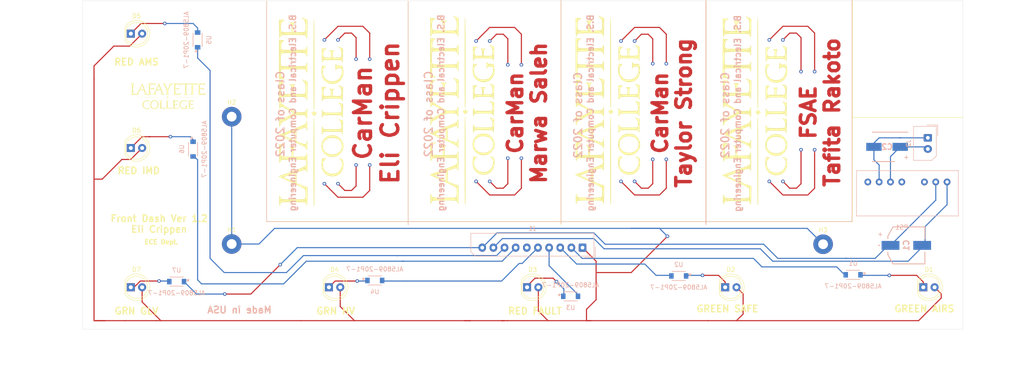
<source format=kicad_pcb>
(kicad_pcb (version 20171130) (host pcbnew "(5.1.9)-1")
  (layers (0 F.Cu signal) (31 B.Cu signal) (34 B.Paste user) (35 F.Paste user) (36 B.SilkS user) (37 F.SilkS user) (38 B.Mask user) (39 F.Mask user) (44 Edge.Cuts user))
  (net 0 "")
  (net 1 "Net-(J1-Pad3)")
  (net 2 "Net-(C1-Pad2)")
  (net 3 "Net-(C1-Pad1)")
  (net 4 "Net-(C2-Pad2)")
  (net 5 "Net-(C2-Pad1)")
  (net 6 "Net-(J1-Pad6)")
  (net 7 "Net-(D1-Pad2)")
  (net 8 "Net-(D1-Pad1)")
  (net 9 "Net-(D2-Pad1)")
  (net 10 "Net-(D3-Pad1)")
  (net 11 "Net-(D4-Pad1)")
  (net 12 "Net-(D5-Pad1)")
  (net 13 "Net-(D6-Pad1)")
  (net 14 "Net-(D7-Pad1)")
  (net 15 "Net-(J1-Pad8)")
  (net 16 "Net-(J1-Pad7)")
  (net 17 "Net-(J1-Pad5)")
  (net 18 "Net-(J1-Pad4)")
  (net 19 "Net-(J1-Pad2)")
  (net 20 "Net-(PS1-Pad7)")
  (net 21 "Net-(PS1-Pad4)")
  (net 22 "Net-(PS1-Pad3)")
  (module custom:LafayetteKeep (layer F.Cu) (at 102.616 57.912 90)
    (fp_text reference G*** hide)
    (fp_text value LOGO hide)
  )
  (module custom:LafayetteKeep (layer F.Cu) (at 136.525 57.531 90)
    (fp_text reference G*** hide)
    (fp_text value LOGO hide)
  )
  (module custom:LafayetteKeep (layer F.Cu) (at 169.164 57.531 90)
    (fp_text reference G*** hide)
    (fp_text value LOGO hide)
  )
  (module custom:LafayetteKeep (layer F.Cu) (at 202.184 57.658 90)
    (fp_text reference G*** hide)
    (fp_text value LOGO hide)
  )
  (module Front_Dash:AL5809-60P1-7 (layer B.Cu) (at 160.909 99.314)
    (fp_text reference U3 (at 0 2.54) (layer B.SilkS) (effects (justify mirror)))
    (fp_text value AL5809-20P1-7 (at 0 -2.54) (layer B.SilkS) (effects (justify mirror)))
    (fp_text user * (at -2.54 0) (layer B.SilkS) (effects (justify mirror)))
    (fp_text user * (at -2.54 0) (layer B.SilkS) (effects (justify mirror)))
    (pad 1 smd rect (at -1.651 0) (size 1.016 1.2446) (layers B.Cu B.Paste B.Mask) (net 10 "Net-(D3-Pad1)"))
    (pad 2 smd rect (at 1.651 0) (size 1.016 1.2446) (layers B.Cu B.Paste B.Mask) (net 18 "Net-(J1-Pad4)"))
  )
  (module LED_THT:LED_D5.0mm (layer F.Cu) (at 240.03 97.282)
    (fp_text reference D1 (at 1.27 -3.96) (layer F.SilkS))
    (fp_text value LED-GRN-C503B-GCN-CY0C0792)
    (pad 2 thru_hole circle (at 2.54 0) (size 1.8 1.8) (drill 0.9) (layers *.Cu *.Mask) (net 7 "Net-(D1-Pad2)"))
    (pad 1 thru_hole rect (at 0 0) (size 1.8 1.8) (drill 0.9) (layers *.Cu *.Mask) (net 8 "Net-(D1-Pad1)"))
  )
  (module custom:Lafayette (layer F.Cu) (at 70.612 54.356)
    (fp_text reference G*** hide)
    (fp_text value LOGO hide)
  )
  (module Front_Dash:AL5809-60P1-7 (layer B.Cu) (at 72.517 96.012 180)
    (fp_text reference U7 (at 0 2.54) (layer B.SilkS) (effects (justify mirror)))
    (fp_text value AL5809-20P1-7 (at 0 -2.54) (layer B.SilkS) (effects (justify mirror)))
    (fp_text user * (at -2.54 0) (layer B.SilkS) (effects (justify mirror)))
    (fp_text user * (at -2.54 0) (layer B.SilkS) (effects (justify mirror)))
    (pad 1 smd rect (at -1.651 0 180) (size 1.016 1.2446) (layers B.Cu B.Paste B.Mask) (net 3 "Net-(C1-Pad1)"))
    (pad 2 smd rect (at 1.651 0 180) (size 1.016 1.2446) (layers B.Cu B.Paste B.Mask) (net 14 "Net-(D7-Pad1)"))
  )
  (module Front_Dash:AL5809-60P1-7 (layer B.Cu) (at 76.2 66.294 270)
    (fp_text reference U6 (at 0 2.54 270) (layer B.SilkS) (effects (justify mirror)))
    (fp_text value AL5809-20P1-7 (at 0 -2.54 270) (layer B.SilkS) (effects (justify mirror)))
    (fp_text user * (at -2.54 0 270) (layer B.SilkS) (effects (justify mirror)))
    (fp_text user * (at -2.54 0 270) (layer B.SilkS) (effects (justify mirror)))
    (pad 1 smd rect (at -1.651 0 270) (size 1.016 1.2446) (layers B.Cu B.Paste B.Mask) (net 13 "Net-(D6-Pad1)"))
    (pad 2 smd rect (at 1.651 0 270) (size 1.016 1.2446) (layers B.Cu B.Paste B.Mask) (net 16 "Net-(J1-Pad7)"))
  )
  (module Front_Dash:AL5809-60P1-7 (layer B.Cu) (at 77.216 41.783 90)
    (fp_text reference U5 (at 0 2.54 90) (layer B.SilkS) (effects (justify mirror)))
    (fp_text value AL5809-20P1-7 (at 0 -2.54 90) (layer B.SilkS) (effects (justify mirror)))
    (fp_text user * (at -2.54 0 90) (layer B.SilkS) (effects (justify mirror)))
    (fp_text user * (at -2.54 0 90) (layer B.SilkS) (effects (justify mirror)))
    (pad 1 smd rect (at -1.651 0 90) (size 1.016 1.2446) (layers B.Cu B.Paste B.Mask) (net 15 "Net-(J1-Pad8)"))
    (pad 2 smd rect (at 1.651 0 90) (size 1.016 1.2446) (layers B.Cu B.Paste B.Mask) (net 12 "Net-(D5-Pad1)"))
  )
  (module Front_Dash:AL5809-60P1-7 (layer B.Cu) (at 116.967 95.758)
    (fp_text reference U4 (at 0 2.54) (layer B.SilkS) (effects (justify mirror)))
    (fp_text value AL5809-20P1-7 (at 0 -2.54) (layer B.SilkS) (effects (justify mirror)))
    (fp_text user * (at -2.54 0) (layer B.SilkS) (effects (justify mirror)))
    (fp_text user * (at -2.54 0) (layer B.SilkS) (effects (justify mirror)))
    (pad 1 smd rect (at -1.651 0) (size 1.016 1.2446) (layers B.Cu B.Paste B.Mask) (net 11 "Net-(D4-Pad1)"))
    (pad 2 smd rect (at 1.651 0) (size 1.016 1.2446) (layers B.Cu B.Paste B.Mask) (net 17 "Net-(J1-Pad5)"))
  )
  (module Front_Dash:AL5809-60P1-7 (layer B.Cu) (at 185.166 94.742 180)
    (fp_text reference U2 (at 0 2.54) (layer B.SilkS) (effects (justify mirror)))
    (fp_text value AL5809-20P1-7 (at 0 -2.54) (layer B.SilkS) (effects (justify mirror)))
    (fp_text user * (at -2.54 0) (layer B.SilkS) (effects (justify mirror)))
    (fp_text user * (at -2.54 0) (layer B.SilkS) (effects (justify mirror)))
    (pad 1 smd rect (at -1.651 0 180) (size 1.016 1.2446) (layers B.Cu B.Paste B.Mask) (net 9 "Net-(D2-Pad1)"))
    (pad 2 smd rect (at 1.651 0 180) (size 1.016 1.2446) (layers B.Cu B.Paste B.Mask) (net 1 "Net-(J1-Pad3)"))
  )
  (module Front_Dash:AL5809-60P1-7 (layer B.Cu) (at 224.282 94.488 180)
    (fp_text reference U1 (at 0 2.54) (layer B.SilkS) (effects (justify mirror)))
    (fp_text value AL5809-20P1-7 (at 0 -2.54) (layer B.SilkS) (effects (justify mirror)))
    (fp_text user * (at -2.54 0) (layer B.SilkS) (effects (justify mirror)))
    (fp_text user * (at -2.54 0) (layer B.SilkS) (effects (justify mirror)))
    (pad 1 smd rect (at -1.651 0 180) (size 1.016 1.2446) (layers B.Cu B.Paste B.Mask) (net 8 "Net-(D1-Pad1)"))
    (pad 2 smd rect (at 1.651 0 180) (size 1.016 1.2446) (layers B.Cu B.Paste B.Mask) (net 19 "Net-(J1-Pad2)"))
  )
  (module LED_THT:LED_D5.0mm (layer F.Cu) (at 62.23 97.282)
    (fp_text reference D7 (at 1.27 -3.96) (layer F.SilkS))
    (fp_text value LED-GRN-C503B-GCN-CY0C0792)
    (pad 2 thru_hole circle (at 2.54 0) (size 1.8 1.8) (drill 0.9) (layers *.Cu *.Mask) (net 7 "Net-(D1-Pad2)"))
    (pad 1 thru_hole rect (at 0 0) (size 1.8 1.8) (drill 0.9) (layers *.Cu *.Mask) (net 14 "Net-(D7-Pad1)"))
  )
  (module LED_THT:LED_D5.0mm (layer F.Cu) (at 62.23 66.04)
    (fp_text reference D6 (at 1.27 -3.96) (layer F.SilkS))
    (fp_text value LED-RED-C503C-RCS-CYAZaAA2)
    (pad 2 thru_hole circle (at 2.54 0) (size 1.8 1.8) (drill 0.9) (layers *.Cu *.Mask) (net 7 "Net-(D1-Pad2)"))
    (pad 1 thru_hole rect (at 0 0) (size 1.8 1.8) (drill 0.9) (layers *.Cu *.Mask) (net 13 "Net-(D6-Pad1)"))
  )
  (module LED_THT:LED_D5.0mm (layer F.Cu) (at 62.23 40.386)
    (fp_text reference D5 (at 1.27 -3.96) (layer F.SilkS))
    (fp_text value LED-RED-C503C-RCS-CYAZaAA2)
    (pad 2 thru_hole circle (at 2.54 0) (size 1.8 1.8) (drill 0.9) (layers *.Cu *.Mask) (net 7 "Net-(D1-Pad2)"))
    (pad 1 thru_hole rect (at 0 0) (size 1.8 1.8) (drill 0.9) (layers *.Cu *.Mask) (net 12 "Net-(D5-Pad1)"))
  )
  (module LED_THT:LED_D5.0mm (layer F.Cu) (at 106.68 97.282)
    (fp_text reference D4 (at 1.27 -3.96) (layer F.SilkS))
    (fp_text value LED-AMB-C503B-AAS-CZ0B0342)
    (pad 2 thru_hole circle (at 2.54 0) (size 1.8 1.8) (drill 0.9) (layers *.Cu *.Mask) (net 7 "Net-(D1-Pad2)"))
    (pad 1 thru_hole rect (at 0 0) (size 1.8 1.8) (drill 0.9) (layers *.Cu *.Mask) (net 11 "Net-(D4-Pad1)"))
  )
  (module LED_THT:LED_D5.0mm (layer F.Cu) (at 151.13 97.282)
    (fp_text reference D3 (at 1.27 -3.96) (layer F.SilkS))
    (fp_text value LED-RED-C503C-RCS-CYAZaAA2)
    (pad 2 thru_hole circle (at 2.54 0) (size 1.8 1.8) (drill 0.9) (layers *.Cu *.Mask) (net 7 "Net-(D1-Pad2)"))
    (pad 1 thru_hole rect (at 0 0) (size 1.8 1.8) (drill 0.9) (layers *.Cu *.Mask) (net 10 "Net-(D3-Pad1)"))
  )
  (module LED_THT:LED_D5.0mm (layer F.Cu) (at 195.58 97.282)
    (fp_text reference D2 (at 1.27 -3.96) (layer F.SilkS))
    (fp_text value LED-GRN-C503B-GCN-CY0C0792)
    (pad 2 thru_hole circle (at 2.54 0) (size 1.8 1.8) (drill 0.9) (layers *.Cu *.Mask) (net 7 "Net-(D1-Pad2)"))
    (pad 1 thru_hole rect (at 0 0) (size 1.8 1.8) (drill 0.9) (layers *.Cu *.Mask) (net 9 "Net-(D2-Pad1)"))
  )
  (module Front_Dash:CAPAE660X565N (layer B.Cu) (at 231.902 65.786 180)
    (fp_text reference C2 (at 0 0) (layer B.SilkS) (effects (font (size 1.27 1.27) (thickness 0.254)) (justify mirror)))
    (fp_text value EEV226M050A9GAA hide)
    (pad 2 smd rect (at 2.95 0 90) (size 1.8 3.45) (layers B.Cu B.Paste B.Mask) (net 4 "Net-(C2-Pad2)"))
    (pad 1 smd rect (at -2.95 0 90) (size 1.8 3.45) (layers B.Cu B.Paste B.Mask) (net 5 "Net-(C2-Pad1)"))
  )
  (module Front_Dash:EEETC1V470P (layer B.Cu) (at 236.226 87.884 90)
    (fp_text reference C1 (at 0 0 90) (layer B.SilkS) (effects (font (size 1.27 1.27) (thickness 0.254)) (justify mirror)))
    (fp_text value EEE-FK1H101L hide)
    (pad 1 smd rect (at 0 -3.55 90) (size 2 4) (layers B.Cu B.Paste B.Mask) (net 3 "Net-(C1-Pad1)"))
    (pad 2 smd rect (at 0 3.55 90) (size 2 4) (layers B.Cu B.Paste B.Mask) (net 2 "Net-(C1-Pad2)"))
  )
  (module "Voltage Regulator:PQQ6W-Q24-S5-S" (layer B.Cu) (at 235.204 81.28 180)
    (fp_text reference PS1 (at 0 -2.54 180) (layer B.SilkS) (effects (justify mirror)))
    (fp_text value 24V-5V)
    (pad 7 thru_hole circle (at 7.62 7.62 180) (size 1.524 1.524) (drill 0.762) (layers *.Cu *.Mask) (net 20 "Net-(PS1-Pad7)"))
    (pad 6 thru_hole circle (at 5.08 7.62 180) (size 1.524 1.524) (drill 0.762) (layers *.Cu *.Mask) (net 4 "Net-(C2-Pad2)"))
    (pad 5 thru_hole circle (at 2.54 7.62 180) (size 1.524 1.524) (drill 0.762) (layers *.Cu *.Mask) (net 5 "Net-(C2-Pad1)"))
    (pad 4 thru_hole circle (at 0 7.62 180) (size 1.524 1.524) (drill 0.762) (layers *.Cu *.Mask) (net 21 "Net-(PS1-Pad4)"))
    (pad 3 thru_hole circle (at -5.08 7.62 180) (size 1.524 1.524) (drill 0.762) (layers *.Cu *.Mask) (net 22 "Net-(PS1-Pad3)"))
    (pad 2 thru_hole circle (at -7.62 7.62 180) (size 1.524 1.524) (drill 0.762) (layers *.Cu *.Mask) (net 3 "Net-(C1-Pad1)"))
    (pad 1 thru_hole circle (at -10.16 7.62 180) (size 1.524 1.524) (drill 0.762) (layers *.Cu *.Mask) (net 2 "Net-(C1-Pad2)"))
  )
  (module MountingHole:MountingHole_2.2mm_M2_Pad (layer F.Cu) (at 217.551 87.63)
    (fp_text reference H3 (at 0 -3.2) (layer F.SilkS))
    (fp_text value MountingHole)
    (pad 1 thru_hole circle (at 0 0) (size 4.4 4.4) (drill 2.2) (layers *.Cu *.Mask) (net 7 "Net-(D1-Pad2)"))
  )
  (module MountingHole:MountingHole_2.2mm_M2_Pad (layer F.Cu) (at 84.8614 59.0042)
    (fp_text reference H2 (at 0 -3.2) (layer F.SilkS))
    (fp_text value MountingHole)
    (pad 1 thru_hole circle (at 0 0) (size 4.4 4.4) (drill 2.2) (layers *.Cu *.Mask) (net 7 "Net-(D1-Pad2)"))
  )
  (module MountingHole:MountingHole_2.2mm_M2_Pad (layer F.Cu) (at 84.8614 87.5792)
    (fp_text reference H1 (at 0 -3.2) (layer F.SilkS))
    (fp_text value MountingHole)
    (pad 1 thru_hole circle (at 0 0) (size 4.4 4.4) (drill 2.2) (layers *.Cu *.Mask) (net 7 "Net-(D1-Pad2)"))
  )
  (module Connector_Molex:Molex_SPOX_5267-02A_1x02_P2.50mm_Vertical (layer B.Cu) (at 241.046 63.754 270)
    (fp_text reference J2 (at 1.25 4.3 90) (layer B.SilkS) (effects (justify mirror)))
    (fp_text value Conn_01x02_Female)
    (pad 2 thru_hole oval (at 2.5 0 270) (size 1.7 1.85) (drill 0.85) (layers *.Cu *.Mask) (net 5 "Net-(C2-Pad1)"))
    (pad 1 thru_hole roundrect (at 0 0 270) (size 1.7 1.85) (drill 0.85) (layers *.Cu *.Mask) (roundrect_rratio 0.1470588235294118) (net 4 "Net-(C2-Pad2)"))
  )
  (module Connector_Molex:Molex_SPOX_5267-10A_1x10_P2.50mm_Vertical (layer B.Cu) (at 163.576 88.392 180)
    (fp_text reference J1 (at 11.25 4.3) (layer B.SilkS) (effects (justify mirror)))
    (fp_text value Conn_01x10_Female)
    (pad 10 thru_hole oval (at 22.5 0 180) (size 1.7 1.85) (drill 0.85) (layers *.Cu *.Mask) (net 3 "Net-(C1-Pad1)"))
    (pad 9 thru_hole oval (at 20 0 180) (size 1.7 1.85) (drill 0.85) (layers *.Cu *.Mask) (net 2 "Net-(C1-Pad2)"))
    (pad 8 thru_hole oval (at 17.5 0 180) (size 1.7 1.85) (drill 0.85) (layers *.Cu *.Mask) (net 15 "Net-(J1-Pad8)"))
    (pad 7 thru_hole oval (at 15 0 180) (size 1.7 1.85) (drill 0.85) (layers *.Cu *.Mask) (net 16 "Net-(J1-Pad7)"))
    (pad 6 thru_hole oval (at 12.5 0 180) (size 1.7 1.85) (drill 0.85) (layers *.Cu *.Mask) (net 6 "Net-(J1-Pad6)"))
    (pad 5 thru_hole oval (at 10 0 180) (size 1.7 1.85) (drill 0.85) (layers *.Cu *.Mask) (net 17 "Net-(J1-Pad5)"))
    (pad 4 thru_hole oval (at 7.5 0 180) (size 1.7 1.85) (drill 0.85) (layers *.Cu *.Mask) (net 18 "Net-(J1-Pad4)"))
    (pad 3 thru_hole oval (at 5 0 180) (size 1.7 1.85) (drill 0.85) (layers *.Cu *.Mask) (net 1 "Net-(J1-Pad3)"))
    (pad 2 thru_hole oval (at 2.5 0 180) (size 1.7 1.85) (drill 0.85) (layers *.Cu *.Mask) (net 19 "Net-(J1-Pad2)"))
    (pad 1 thru_hole roundrect (at 0 0 180) (size 1.7 1.85) (drill 0.85) (layers *.Cu *.Mask) (roundrect_rratio 0.1470588235294118) (net 7 "Net-(D1-Pad2)"))
  )
  (gr_text "Made in USA" (at 86.614 102.362) (layer B.SilkS) (effects (font (size 1.5 1.5) (thickness 0.3)) (justify mirror)))
  (gr_text + (at 236.22 68.072) (layer B.SilkS) (effects (font (size 1 1))))
  (gr_text + (at 230.378 85.344) (layer B.SilkS) (effects (font (size 1 1))))
  (gr_text "RED FAULT" (at 152.908 102.616) (layer F.SilkS) (effects (font (size 1.5 1.5) (thickness 0.3))))
  (gr_text "B.S. Electrical and Computer Engineering" (at 165.354 58.166 90) (layer B.SilkS) (effects (font (size 1.397 1.397) (thickness 0.3)) (justify mirror)))
  (gr_text "CarMan\nEli Crippen" (at 117.348 58.166 90) (layer F.Cu) (effects (font (size 3.81 3.81) (thickness 0.762))))
  (gr_line (start 92.71 82.55) (end 224.028 82.55) (layer B.SilkS) (width 0.12))
  (gr_line (start 92.71 33.147) (end 92.71 82.55) (layer B.SilkS) (width 0.12))
  (gr_line (start 124.46 33.147) (end 124.46 83.312) (layer B.SilkS) (width 0.12))
  (gr_line (start 224.028 32.893) (end 224.028 82.55) (layer B.SilkS) (width 0.12))
  (gr_line (start 158.75 32.893) (end 158.75 83.058) (layer B.SilkS) (width 0.12))
  (gr_line (start 191.262 33.147) (end 191.262 83.312) (layer B.SilkS) (width 0.12))
  (gr_line (start 191.262 32.893) (end 191.262 83.058) (layer B.SilkS) (width 0.12))
  (gr_text "Class of 2022" (at 95.758 58.42 90) (layer B.SilkS) (effects (font (size 1.778 1.778) (thickness 0.3)) (justify mirror)))
  (gr_text "Class of 2022" (at 129.032 58.42 90) (layer B.SilkS) (effects (font (size 1.778 1.778) (thickness 0.3)) (justify mirror)))
  (gr_text "Class of 2022" (at 162.56 58.674 90) (layer B.SilkS) (effects (font (size 1.778 1.778) (thickness 0.3)) (justify mirror)))
  (gr_text "Class of 2022" (at 195.58 58.674 90) (layer B.SilkS) (effects (font (size 1.778 1.778) (thickness 0.3)) (justify mirror)))
  (gr_text "B.S. Electrical and Computer Engineering" (at 98.552 58.166 90) (layer B.SilkS) (effects (font (size 1.397 1.397) (thickness 0.3)) (justify mirror)))
  (gr_text "B.S. Electrical and Computer Engineering" (at 131.826 58.166 90) (layer B.SilkS) (effects (font (size 1.397 1.397) (thickness 0.3)) (justify mirror)))
  (gr_text "CarMan\nMarwa Saleh" (at 151.13 58.166 90) (layer F.Cu) (effects (font (size 3.302 3.302) (thickness 0.762))))
  (gr_line (start 224.155 59.182) (end 224.155 33.02) (layer F.SilkS) (width 0.15))
  (gr_text "B.S. Electrical and Computer Engineering" (at 198.374 58.293 90) (layer B.SilkS) (effects (font (size 1.397 1.397) (thickness 0.3)) (justify mirror)))
  (gr_line (start 224.155 59.182) (end 248.92 59.182) (layer F.SilkS) (width 0.12))
  (gr_line (start 224.155 64.77) (end 224.155 59.182) (layer F.SilkS) (width 0.12))
  (gr_text "FSAE\nTafita Rakoto" (at 216.916 58.039 90) (layer F.Cu) (effects (font (size 3.302 3.302) (thickness 0.762))))
  (gr_text "CarMan\nTaylor Strong" (at 183.642 58.166 90) (layer F.Cu) (effects (font (size 3.302 3.302) (thickness 0.762))))
  (gr_line (start 191.262 32.893) (end 191.262 83.058) (layer F.SilkS) (width 0.12))
  (gr_line (start 158.75 33.147) (end 158.75 83.312) (layer F.SilkS) (width 0.12))
  (gr_line (start 124.46 33.02) (end 124.46 83.185) (layer F.SilkS) (width 0.12))
  (gr_text "Front Dash Ver 1.2\nEli Crippen" (at 68.58 83.058) (layer F.SilkS) (effects (font (size 1.5 1.5) (thickness 0.3))))
  (gr_text "ECE Dept." (at 69.088 87.122) (layer F.SilkS) (effects (font (size 1.016 1.016) (thickness 0.254))))
  (gr_text "GREEN AIRS" (at 240.284 102.108) (layer F.SilkS) (effects (font (size 1.5 1.5) (thickness 0.3))))
  (gr_text "GREEN SAFE" (at 196.088 102.108) (layer F.SilkS) (effects (font (size 1.5 1.5) (thickness 0.3))))
  (gr_text "GRN HV" (at 108.204 102.616) (layer F.SilkS) (effects (font (size 1.5 1.5) (thickness 0.3))))
  (gr_text "GRN GLV" (at 63.5 102.616) (layer F.SilkS) (effects (font (size 1.5 1.5) (thickness 0.3))))
  (gr_text "RED IMD" (at 64.008 71.12) (layer F.SilkS) (effects (font (size 1.5 1.5) (thickness 0.3))))
  (gr_text "RED AMS" (at 63.5 46.736) (layer F.SilkS) (effects (font (size 1.5 1.5) (thickness 0.3))))
  (gr_line (start 224.155 82.55) (end 224.155 64.77) (layer F.SilkS) (width 0.12))
  (gr_line (start 92.71 34.925) (end 92.71 33.02) (layer F.SilkS) (width 0.12))
  (gr_line (start 248.92 33.02) (end 248.92 34.925) (layer Edge.Cuts) (width 0.05))
  (gr_line (start 51.435 33.02) (end 248.92 33.02) (layer Edge.Cuts) (width 0.05))
  (gr_line (start 51.435 34.925) (end 51.435 33.02) (layer Edge.Cuts) (width 0.05))
  (gr_line (start 92.71 82.55) (end 224.155 82.55) (layer F.SilkS) (width 0.12))
  (gr_line (start 248.92 34.925) (end 248.92 106.68) (layer Edge.Cuts) (width 0.05))
  (gr_line (start 92.71 82.55) (end 92.71 34.925) (layer F.SilkS) (width 0.12))
  (gr_line (start 51.435 106.68) (end 51.435 34.925) (layer Edge.Cuts) (width 0.05))
  (gr_line (start 248.92 106.68) (end 51.435 106.68) (layer Edge.Cuts) (width 0.05))
  (via (at 205.486 41.783) (size 0.8) (drill 0.4) (layers F.Cu B.Cu) (net 0))
  (via (at 208.534 41.783) (size 0.8) (drill 0.4) (layers F.Cu B.Cu) (net 0))
  (segment (start 205.486 41.783) (end 208.534 38.735) (width 0.25) (layer F.Cu) (net 0))
  (via (at 215.646 48.895) (size 0.8) (drill 0.4) (layers F.Cu B.Cu) (net 0))
  (via (at 212.598 48.895) (size 0.8) (drill 0.4) (layers F.Cu B.Cu) (net 0))
  (segment (start 208.534 38.735) (end 214.122 38.735) (width 0.25) (layer F.Cu) (net 0))
  (segment (start 215.646 40.259) (end 215.646 48.895) (width 0.25) (layer F.Cu) (net 0))
  (segment (start 214.122 38.735) (end 215.646 40.259) (width 0.25) (layer F.Cu) (net 0))
  (segment (start 208.534 41.783) (end 210.058 40.259) (width 0.25) (layer F.Cu) (net 0))
  (segment (start 210.058 40.259) (end 211.582 40.259) (width 0.25) (layer F.Cu) (net 0))
  (segment (start 211.582 40.259) (end 212.598 41.275) (width 0.25) (layer F.Cu) (net 0))
  (segment (start 212.598 41.275) (end 212.598 48.895) (width 0.25) (layer F.Cu) (net 0))
  (via (at 205.486 73.533) (size 0.8) (drill 0.4) (layers F.Cu B.Cu) (net 0))
  (via (at 212.598 66.421) (size 0.8) (drill 0.4) (layers F.Cu B.Cu) (net 0))
  (via (at 215.646 66.421) (size 0.8) (drill 0.4) (layers F.Cu B.Cu) (net 0))
  (via (at 208.534 73.533) (size 0.8) (drill 0.4) (layers F.Cu B.Cu) (net 0))
  (segment (start 208.534 76.581) (end 214.122 76.581) (width 0.25) (layer F.Cu) (net 0))
  (segment (start 214.122 76.581) (end 215.646 75.057) (width 0.25) (layer F.Cu) (net 0))
  (segment (start 211.582 75.057) (end 212.598 74.041) (width 0.25) (layer F.Cu) (net 0))
  (segment (start 215.646 75.057) (end 215.646 66.421) (width 0.25) (layer F.Cu) (net 0))
  (segment (start 210.058 75.057) (end 211.582 75.057) (width 0.25) (layer F.Cu) (net 0))
  (segment (start 208.534 73.533) (end 210.058 75.057) (width 0.25) (layer F.Cu) (net 0))
  (segment (start 212.598 74.041) (end 212.598 66.421) (width 0.25) (layer F.Cu) (net 0))
  (segment (start 205.486 73.533) (end 208.534 76.581) (width 0.25) (layer F.Cu) (net 0))
  (via (at 172.212 42.037) (size 0.8) (drill 0.4) (layers F.Cu B.Cu) (net 0))
  (via (at 175.26 42.037) (size 0.8) (drill 0.4) (layers F.Cu B.Cu) (net 0))
  (via (at 175.26 73.533) (size 0.8) (drill 0.4) (layers F.Cu B.Cu) (net 0))
  (via (at 172.212 73.533) (size 0.8) (drill 0.4) (layers F.Cu B.Cu) (net 0))
  (segment (start 178.308 75.057) (end 179.324 74.041) (width 0.25) (layer F.Cu) (net 0))
  (segment (start 175.26 76.581) (end 180.848 76.581) (width 0.25) (layer F.Cu) (net 0))
  (segment (start 175.26 73.533) (end 176.784 75.057) (width 0.25) (layer F.Cu) (net 0))
  (segment (start 180.848 76.581) (end 182.372 75.057) (width 0.25) (layer F.Cu) (net 0))
  (segment (start 172.212 73.533) (end 175.26 76.581) (width 0.25) (layer F.Cu) (net 0))
  (segment (start 176.784 75.057) (end 178.308 75.057) (width 0.25) (layer F.Cu) (net 0))
  (via (at 139.7 42.037) (size 0.8) (drill 0.4) (layers F.Cu B.Cu) (net 0))
  (via (at 142.748 42.037) (size 0.8) (drill 0.4) (layers F.Cu B.Cu) (net 0))
  (via (at 142.748 73.533) (size 0.8) (drill 0.4) (layers F.Cu B.Cu) (net 0))
  (via (at 139.7 73.533) (size 0.8) (drill 0.4) (layers F.Cu B.Cu) (net 0))
  (segment (start 145.796 75.057) (end 146.812 74.041) (width 0.25) (layer F.Cu) (net 0))
  (segment (start 142.748 76.581) (end 148.336 76.581) (width 0.25) (layer F.Cu) (net 0))
  (segment (start 142.748 73.533) (end 144.272 75.057) (width 0.25) (layer F.Cu) (net 0))
  (segment (start 148.336 76.581) (end 149.86 75.057) (width 0.25) (layer F.Cu) (net 0))
  (segment (start 139.7 73.533) (end 142.748 76.581) (width 0.25) (layer F.Cu) (net 0))
  (segment (start 144.272 75.057) (end 145.796 75.057) (width 0.25) (layer F.Cu) (net 0))
  (via (at 108.712 41.783) (size 0.8) (drill 0.4) (layers F.Cu B.Cu) (net 0))
  (via (at 105.664 74.041) (size 0.8) (drill 0.4) (layers F.Cu B.Cu) (net 0))
  (via (at 108.712 74.041) (size 0.8) (drill 0.4) (layers F.Cu B.Cu) (net 0))
  (via (at 105.664 41.783) (size 0.8) (drill 0.4) (layers F.Cu B.Cu) (net 0))
  (segment (start 110.236 75.565) (end 111.76 75.565) (width 0.25) (layer F.Cu) (net 0))
  (segment (start 108.712 38.735) (end 114.3 38.735) (width 0.25) (layer F.Cu) (net 0))
  (segment (start 108.712 77.089) (end 114.3 77.089) (width 0.25) (layer F.Cu) (net 0))
  (segment (start 114.3 38.735) (end 115.824 40.259) (width 0.25) (layer F.Cu) (net 0))
  (segment (start 111.76 75.565) (end 112.776 74.549) (width 0.25) (layer F.Cu) (net 0))
  (segment (start 108.712 74.041) (end 110.236 75.565) (width 0.25) (layer F.Cu) (net 0))
  (segment (start 114.3 77.089) (end 115.824 75.565) (width 0.25) (layer F.Cu) (net 0))
  (segment (start 105.664 74.041) (end 108.712 77.089) (width 0.25) (layer F.Cu) (net 0))
  (segment (start 105.664 41.783) (end 108.712 38.735) (width 0.25) (layer F.Cu) (net 0))
  (segment (start 112.776 74.549) (end 112.776 69.85) (width 0.25) (layer F.Cu) (net 0))
  (segment (start 115.824 75.565) (end 115.824 69.85) (width 0.25) (layer F.Cu) (net 0))
  (via (at 115.824 69.85) (size 0.8) (drill 0.4) (layers F.Cu B.Cu) (net 0))
  (via (at 112.776 69.85) (size 0.8) (drill 0.4) (layers F.Cu B.Cu) (net 0))
  (segment (start 112.776 46.101) (end 112.776 46.101) (width 0.25) (layer F.Cu) (net 0))
  (segment (start 115.824 46.101) (end 115.824 46.101) (width 0.25) (layer F.Cu) (net 0))
  (via (at 112.776 46.101) (size 0.8) (drill 0.4) (layers F.Cu B.Cu) (net 0))
  (segment (start 115.824 46.101) (end 115.824 40.386) (width 0.25) (layer F.Cu) (net 0))
  (via (at 115.824 46.101) (size 0.8) (drill 0.4) (layers F.Cu B.Cu) (net 0))
  (segment (start 146.812 74.041) (end 146.812 68.326) (width 0.25) (layer F.Cu) (net 0))
  (segment (start 149.86 75.057) (end 149.86 68.326) (width 0.25) (layer F.Cu) (net 0))
  (segment (start 146.812 47.371) (end 146.812 47.371) (width 0.25) (layer F.Cu) (net 0))
  (segment (start 149.86 47.371) (end 149.86 47.371) (width 0.25) (layer F.Cu) (net 0))
  (via (at 149.86 47.371) (size 0.8) (drill 0.4) (layers F.Cu B.Cu) (net 0))
  (via (at 146.812 47.371) (size 0.8) (drill 0.4) (layers F.Cu B.Cu) (net 0))
  (segment (start 146.812 68.326) (end 146.812 68.326) (width 0.25) (layer F.Cu) (net 0))
  (via (at 146.812 68.326) (size 0.8) (drill 0.4) (layers F.Cu B.Cu) (net 0))
  (segment (start 149.86 68.326) (end 149.86 68.326) (width 0.25) (layer F.Cu) (net 0))
  (via (at 149.86 68.326) (size 0.8) (drill 0.4) (layers F.Cu B.Cu) (net 0))
  (segment (start 179.324 74.041) (end 179.324 68.58) (width 0.25) (layer F.Cu) (net 0))
  (segment (start 182.372 75.057) (end 182.372 68.58) (width 0.25) (layer F.Cu) (net 0))
  (segment (start 144.272 40.513) (end 142.748 42.037) (width 0.25) (layer F.Cu) (net 0))
  (segment (start 145.796 40.513) (end 144.272 40.513) (width 0.25) (layer F.Cu) (net 0))
  (segment (start 146.812 41.529) (end 145.796 40.513) (width 0.25) (layer F.Cu) (net 0))
  (segment (start 146.812 47.371) (end 146.812 41.529) (width 0.25) (layer F.Cu) (net 0))
  (segment (start 148.336 38.989) (end 142.748 38.989) (width 0.25) (layer F.Cu) (net 0))
  (segment (start 149.86 40.513) (end 148.336 38.989) (width 0.25) (layer F.Cu) (net 0))
  (segment (start 142.748 38.989) (end 139.7 42.037) (width 0.25) (layer F.Cu) (net 0))
  (segment (start 149.86 47.371) (end 149.86 40.513) (width 0.25) (layer F.Cu) (net 0))
  (segment (start 110.236 40.259) (end 108.712 41.783) (width 0.25) (layer F.Cu) (net 0))
  (segment (start 111.76 40.259) (end 110.236 40.259) (width 0.25) (layer F.Cu) (net 0))
  (segment (start 112.776 41.275) (end 111.76 40.259) (width 0.25) (layer F.Cu) (net 0))
  (segment (start 112.776 46.101) (end 112.776 41.275) (width 0.25) (layer F.Cu) (net 0))
  (segment (start 115.824 40.259) (end 115.824 40.386) (width 0.25) (layer F.Cu) (net 0))
  (segment (start 176.784 40.513) (end 175.26 42.037) (width 0.25) (layer F.Cu) (net 0))
  (segment (start 178.308 40.513) (end 176.784 40.513) (width 0.25) (layer F.Cu) (net 0))
  (segment (start 179.324 41.529) (end 178.308 40.513) (width 0.25) (layer F.Cu) (net 0))
  (segment (start 179.324 47.117) (end 179.324 47.117) (width 0.25) (layer F.Cu) (net 0))
  (segment (start 175.26 38.989) (end 172.212 42.037) (width 0.25) (layer F.Cu) (net 0))
  (segment (start 180.848 38.989) (end 175.26 38.989) (width 0.25) (layer F.Cu) (net 0))
  (segment (start 182.372 40.513) (end 180.848 38.989) (width 0.25) (layer F.Cu) (net 0))
  (segment (start 182.372 47.117) (end 182.372 47.117) (width 0.25) (layer F.Cu) (net 0))
  (segment (start 179.324 68.58) (end 179.324 68.58) (width 0.25) (layer F.Cu) (net 0))
  (via (at 179.324 68.58) (size 0.8) (drill 0.4) (layers F.Cu B.Cu) (net 0))
  (segment (start 182.372 68.58) (end 182.372 68.58) (width 0.25) (layer F.Cu) (net 0))
  (via (at 182.372 68.58) (size 0.8) (drill 0.4) (layers F.Cu B.Cu) (net 0))
  (segment (start 182.372 47.117) (end 182.372 40.513) (width 0.25) (layer F.Cu) (net 0))
  (via (at 182.372 47.117) (size 0.8) (drill 0.4) (layers F.Cu B.Cu) (net 0))
  (segment (start 179.324 47.117) (end 179.324 41.529) (width 0.25) (layer F.Cu) (net 0))
  (via (at 179.324 47.117) (size 0.8) (drill 0.4) (layers F.Cu B.Cu) (net 0))
  (segment (start 180.086 94.615) (end 177.546 92.075) (width 0.25) (layer B.Cu) (net 1))
  (segment (start 183.134 94.615) (end 180.086 94.615) (width 0.25) (layer B.Cu) (net 1))
  (segment (start 162.259 92.075) (end 158.576 88.392) (width 0.25) (layer B.Cu) (net 1))
  (segment (start 177.546 92.075) (end 162.259 92.075) (width 0.25) (layer B.Cu) (net 1))
  (via (at 232.41 94.615) (size 0.8) (drill 0.4) (layers F.Cu B.Cu) (net 8))
  (segment (start 232.41 94.615) (end 238.545 94.615) (width 0.25) (layer F.Cu) (net 8))
  (segment (start 225.806 94.615) (end 232.41 94.615) (width 0.25) (layer B.Cu) (net 8))
  (segment (start 145.415 104.775) (end 145.985 104.775) (width 0.25) (layer F.Cu) (net 7))
  (segment (start 53.975 104.775) (end 56.45 104.775) (width 0.25) (layer F.Cu) (net 7))
  (segment (start 53.975 73.025) (end 55.815 73.025) (width 0.25) (layer F.Cu) (net 7))
  (segment (start 53.975 73.025) (end 53.975 104.775) (width 0.25) (layer F.Cu) (net 7))
  (segment (start 137.16 104.775) (end 145.415 104.775) (width 0.25) (layer F.Cu) (net 7))
  (segment (start 53.975 50.8) (end 53.975 73.025) (width 0.25) (layer F.Cu) (net 7))
  (segment (start 53.975 50.165) (end 53.975 50.8) (width 0.25) (layer F.Cu) (net 7))
  (segment (start 112.395 104.775) (end 137.16 104.775) (width 0.25) (layer F.Cu) (net 7))
  (segment (start 100.33 104.775) (end 112.395 104.775) (width 0.25) (layer F.Cu) (net 7))
  (segment (start 145.415 104.775) (end 146.05 104.775) (width 0.25) (layer F.Cu) (net 7))
  (segment (start 164.465 104.775) (end 191.77 104.775) (width 0.25) (layer F.Cu) (net 7))
  (segment (start 198.12 104.775) (end 191.77 104.775) (width 0.25) (layer F.Cu) (net 7))
  (segment (start 238.975 104.775) (end 198.12 104.775) (width 0.25) (layer F.Cu) (net 7))
  (segment (start 244.055 99.695) (end 238.975 104.775) (width 0.25) (layer F.Cu) (net 7))
  (segment (start 60.96 104.775) (end 67.945 104.775) (width 0.25) (layer F.Cu) (net 7))
  (segment (start 53.975 104.775) (end 60.96 104.775) (width 0.25) (layer F.Cu) (net 7))
  (segment (start 53.975 47.625) (end 53.975 50.8) (width 0.25) (layer F.Cu) (net 7))
  (segment (start 58.42 43.18) (end 53.975 47.625) (width 0.25) (layer F.Cu) (net 7))
  (segment (start 146.05 104.775) (end 146.685 104.775) (width 0.25) (layer F.Cu) (net 7))
  (segment (start 137.16 104.775) (end 138.43 104.775) (width 0.25) (layer F.Cu) (net 7))
  (segment (start 164.465 104.775) (end 165.481 104.775) (width 0.25) (layer F.Cu) (net 7))
  (segment (start 164.465 104.775) (end 164.465 102.235) (width 0.25) (layer F.Cu) (net 7))
  (segment (start 164.465 102.235) (end 166.624 100.076) (width 0.25) (layer F.Cu) (net 7))
  (segment (start 166.624 91.44) (end 163.576 88.392) (width 0.25) (layer F.Cu) (net 7))
  (segment (start 163.489 90.805) (end 161.076 88.392) (width 0.25) (layer B.Cu) (net 19))
  (segment (start 201.93 90.805) (end 163.489 90.805) (width 0.25) (layer B.Cu) (net 19))
  (segment (start 203.835 92.71) (end 201.93 90.805) (width 0.25) (layer B.Cu) (net 19))
  (segment (start 220.599 92.71) (end 203.835 92.71) (width 0.25) (layer B.Cu) (net 19))
  (segment (start 222.504 94.615) (end 220.599 92.71) (width 0.25) (layer B.Cu) (net 19))
  (via (at 69.85 38.1) (size 0.8) (drill 0.4) (layers F.Cu B.Cu) (net 12))
  (segment (start 76.2 38.1) (end 69.85 38.1) (width 0.25) (layer B.Cu) (net 12))
  (segment (start 69.85 38.1) (end 66.255 38.1) (width 0.25) (layer F.Cu) (net 12))
  (segment (start 121.92 90.17) (end 122.2 90.17) (width 0.25) (layer B.Cu) (net 15))
  (segment (start 144.298 90.17) (end 146.076 88.392) (width 0.25) (layer B.Cu) (net 15))
  (segment (start 121.92 90.17) (end 144.298 90.17) (width 0.25) (layer B.Cu) (net 15))
  (segment (start 159.385 97.663) (end 157.734 96.012) (width 0.25) (layer B.Cu) (net 10))
  (segment (start 159.385 99.06) (end 159.385 97.663) (width 0.25) (layer B.Cu) (net 10))
  (segment (start 156.076 92.449) (end 162.687 99.06) (width 0.25) (layer B.Cu) (net 18))
  (segment (start 156.076 88.392) (end 156.076 92.449) (width 0.25) (layer B.Cu) (net 18))
  (via (at 68.58 95.885) (size 0.8) (drill 0.4) (layers F.Cu B.Cu) (net 14))
  (segment (start 70.739 95.885) (end 68.58 95.885) (width 0.25) (layer B.Cu) (net 14))
  (via (at 113.03 95.885) (size 0.8) (drill 0.4) (layers F.Cu B.Cu) (net 11))
  (segment (start 115.189 95.885) (end 113.03 95.885) (width 0.25) (layer B.Cu) (net 11))
  (segment (start 113.03 95.885) (end 110.705 95.885) (width 0.25) (layer F.Cu) (net 11))
  (segment (start 123.985 95.885) (end 123.825 95.885) (width 0.25) (layer B.Cu) (net 17))
  (segment (start 123.825 95.885) (end 118.491 95.885) (width 0.25) (layer B.Cu) (net 17))
  (segment (start 150.02 91.948) (end 153.576 88.392) (width 0.25) (layer B.Cu) (net 17))
  (segment (start 149.352 91.948) (end 150.02 91.948) (width 0.25) (layer B.Cu) (net 17))
  (segment (start 145.415 95.885) (end 149.352 91.948) (width 0.25) (layer B.Cu) (net 17))
  (segment (start 123.825 95.885) (end 145.415 95.885) (width 0.25) (layer B.Cu) (net 17))
  (segment (start 76.2 64.389) (end 76.2 64.3128) (width 0.25) (layer B.Cu) (net 13))
  (segment (start 76.2 64.389) (end 76.2 64.135) (width 0.25) (layer B.Cu) (net 13))
  (via (at 71.12 63.5) (size 0.8) (drill 0.4) (layers F.Cu B.Cu) (net 13))
  (segment (start 75.565 63.5) (end 71.12 63.5) (width 0.25) (layer B.Cu) (net 13))
  (segment (start 76.2 64.135) (end 75.565 63.5) (width 0.25) (layer B.Cu) (net 13))
  (segment (start 123.43 91.44) (end 123.19 91.44) (width 0.25) (layer B.Cu) (net 16))
  (segment (start 145.528 91.44) (end 148.576 88.392) (width 0.25) (layer B.Cu) (net 16))
  (segment (start 123.19 91.44) (end 145.528 91.44) (width 0.25) (layer B.Cu) (net 16))
  (via (at 190.5 94.615) (size 0.8) (drill 0.4) (layers F.Cu B.Cu) (net 9))
  (segment (start 186.436 94.615) (end 190.5 94.615) (width 0.25) (layer B.Cu) (net 9))
  (segment (start 190.5 94.615) (end 194.095 94.615) (width 0.25) (layer F.Cu) (net 9))
  (segment (start 84.8614 87.5792) (end 84.8614 59.0042) (width 0.25) (layer B.Cu) (net 7))
  (segment (start 213.995 84.074) (end 217.551 87.63) (width 0.25) (layer B.Cu) (net 7))
  (segment (start 90.9828 87.5792) (end 94.488 84.074) (width 0.25) (layer B.Cu) (net 7))
  (segment (start 84.8614 87.5792) (end 90.9828 87.5792) (width 0.25) (layer B.Cu) (net 7))
  (segment (start 168.402 88.646) (end 203.454 88.646) (width 0.25) (layer B.Cu) (net 2))
  (segment (start 166.116 86.36) (end 168.402 88.646) (width 0.25) (layer B.Cu) (net 2))
  (segment (start 203.454 88.646) (end 206.248 91.44) (width 0.25) (layer B.Cu) (net 2))
  (segment (start 145.608 86.36) (end 166.116 86.36) (width 0.25) (layer B.Cu) (net 2))
  (segment (start 143.576 88.392) (end 145.608 86.36) (width 0.25) (layer B.Cu) (net 2))
  (segment (start 236.618 91.44) (end 240.428 87.63) (width 0.25) (layer B.Cu) (net 2))
  (segment (start 224.028 91.44) (end 236.618 91.44) (width 0.25) (layer B.Cu) (net 2))
  (segment (start 206.248 91.44) (end 224.028 91.44) (width 0.25) (layer B.Cu) (net 2))
  (segment (start 224.028 91.44) (end 224.155 91.44) (width 0.25) (layer B.Cu) (net 2))
  (segment (start 240.428 83.676) (end 245.364 78.74) (width 0.25) (layer B.Cu) (net 2))
  (segment (start 240.428 87.63) (end 240.428 83.676) (width 0.25) (layer B.Cu) (net 2))
  (segment (start 245.364 78.74) (end 245.364 73.66) (width 0.25) (layer B.Cu) (net 2))
  (segment (start 204.216 87.63) (end 207.391 90.805) (width 0.25) (layer B.Cu) (net 3))
  (segment (start 168.656 87.63) (end 204.216 87.63) (width 0.25) (layer B.Cu) (net 3))
  (segment (start 166.116 85.09) (end 168.656 87.63) (width 0.25) (layer B.Cu) (net 3))
  (segment (start 144.378 85.09) (end 166.116 85.09) (width 0.25) (layer B.Cu) (net 3))
  (segment (start 141.076 88.392) (end 144.378 85.09) (width 0.25) (layer B.Cu) (net 3))
  (segment (start 207.391 90.805) (end 222.631 90.805) (width 0.25) (layer B.Cu) (net 3))
  (segment (start 222.631 90.805) (end 222.885 90.805) (width 0.25) (layer B.Cu) (net 3))
  (via (at 95.758 92.202) (size 0.8) (drill 0.4) (layers F.Cu B.Cu) (net 3))
  (segment (start 99.568 88.392) (end 95.758 92.202) (width 0.25) (layer B.Cu) (net 3))
  (segment (start 141.076 88.392) (end 99.568 88.392) (width 0.25) (layer B.Cu) (net 3))
  (segment (start 89.154 98.806) (end 83.312 98.806) (width 0.25) (layer F.Cu) (net 3))
  (via (at 83.312 98.806) (size 0.8) (drill 0.4) (layers F.Cu B.Cu) (net 3))
  (segment (start 95.758 92.202) (end 89.154 98.806) (width 0.25) (layer F.Cu) (net 3))
  (segment (start 76.962 98.806) (end 74.041 95.885) (width 0.25) (layer B.Cu) (net 3))
  (segment (start 83.312 98.806) (end 76.962 98.806) (width 0.25) (layer B.Cu) (net 3))
  (segment (start 241.82 78.74) (end 232.676 87.884) (width 0.25) (layer B.Cu) (net 3))
  (segment (start 242.824 73.66) (end 242.824 77.736) (width 0.25) (layer B.Cu) (net 3))
  (segment (start 232.156 87.884) (end 229.235 90.805) (width 0.25) (layer B.Cu) (net 3))
  (segment (start 232.676 87.884) (end 232.156 87.884) (width 0.25) (layer B.Cu) (net 3))
  (segment (start 222.631 90.805) (end 229.235 90.805) (width 0.25) (layer B.Cu) (net 3))
  (segment (start 242.824 77.736) (end 241.82 78.74) (width 0.25) (layer B.Cu) (net 3))
  (segment (start 228.952 68.678) (end 228.952 65.786) (width 0.25) (layer B.Cu) (net 4))
  (segment (start 230.124 69.85) (end 228.952 68.678) (width 0.25) (layer B.Cu) (net 4))
  (segment (start 228.952 65.786) (end 229.616 65.786) (width 0.25) (layer B.Cu) (net 4))
  (segment (start 228.952 65.786) (end 228.952 64.926) (width 0.25) (layer B.Cu) (net 4))
  (segment (start 230.124 63.754) (end 234.95 63.754) (width 0.25) (layer B.Cu) (net 4))
  (segment (start 228.952 64.926) (end 230.124 63.754) (width 0.25) (layer B.Cu) (net 4))
  (segment (start 234.696 63.754) (end 234.95 63.754) (width 0.25) (layer B.Cu) (net 4))
  (segment (start 230.124 73.66) (end 230.124 69.85) (width 0.25) (layer B.Cu) (net 4))
  (segment (start 234.95 63.754) (end 241.046 63.754) (width 0.25) (layer B.Cu) (net 4))
  (segment (start 232.664 67.974) (end 234.852 65.786) (width 0.25) (layer B.Cu) (net 5))
  (segment (start 232.664 67.974) (end 232.664 73.66) (width 0.25) (layer B.Cu) (net 5))
  (segment (start 240.578 65.786) (end 241.046 66.254) (width 0.25) (layer B.Cu) (net 5))
  (segment (start 234.852 65.786) (end 240.578 65.786) (width 0.25) (layer B.Cu) (net 5))
  (via (at 182.626 85.852) (size 0.8) (drill 0.4) (layers F.Cu B.Cu) (net 7))
  (segment (start 180.848 84.074) (end 182.626 85.852) (width 0.25) (layer B.Cu) (net 7))
  (segment (start 174.498 84.074) (end 180.848 84.074) (width 0.25) (layer B.Cu) (net 7))
  (segment (start 94.488 84.074) (end 174.498 84.074) (width 0.25) (layer B.Cu) (net 7))
  (segment (start 174.498 84.074) (end 213.995 84.074) (width 0.25) (layer B.Cu) (net 7))
  (segment (start 174.498 93.98) (end 166.624 93.98) (width 0.25) (layer F.Cu) (net 7))
  (segment (start 182.626 85.852) (end 174.498 93.98) (width 0.25) (layer F.Cu) (net 7))
  (segment (start 166.624 93.98) (end 166.624 91.44) (width 0.25) (layer F.Cu) (net 7))
  (segment (start 166.624 100.076) (end 166.624 93.98) (width 0.25) (layer F.Cu) (net 7))
  (segment (start 61.976 43.18) (end 58.42 43.18) (width 0.25) (layer F.Cu) (net 7))
  (segment (start 64.77 40.386) (end 61.976 43.18) (width 0.25) (layer F.Cu) (net 7))
  (segment (start 62.199 68.611) (end 60.229 68.611) (width 0.25) (layer F.Cu) (net 7))
  (segment (start 64.77 66.04) (end 62.199 68.611) (width 0.25) (layer F.Cu) (net 7))
  (segment (start 60.229 68.611) (end 55.815 73.025) (width 0.25) (layer F.Cu) (net 7))
  (segment (start 60.26 68.58) (end 60.229 68.611) (width 0.25) (layer F.Cu) (net 7))
  (segment (start 64.77 100.584) (end 68.961 104.775) (width 0.25) (layer F.Cu) (net 7))
  (segment (start 64.77 97.282) (end 64.77 100.584) (width 0.25) (layer F.Cu) (net 7))
  (segment (start 68.961 104.775) (end 100.33 104.775) (width 0.25) (layer F.Cu) (net 7))
  (segment (start 67.945 104.775) (end 68.961 104.775) (width 0.25) (layer F.Cu) (net 7))
  (segment (start 155.829 104.775) (end 164.465 104.775) (width 0.25) (layer F.Cu) (net 7))
  (segment (start 146.685 104.775) (end 155.829 104.775) (width 0.25) (layer F.Cu) (net 7))
  (segment (start 109.22 101.6) (end 112.395 104.775) (width 0.25) (layer F.Cu) (net 7))
  (segment (start 109.22 97.282) (end 109.22 101.6) (width 0.25) (layer F.Cu) (net 7))
  (segment (start 244.055 98.767) (end 244.055 99.695) (width 0.25) (layer F.Cu) (net 7))
  (segment (start 242.57 97.282) (end 244.055 98.767) (width 0.25) (layer F.Cu) (net 7))
  (segment (start 199.605 103.29) (end 198.12 104.775) (width 0.25) (layer F.Cu) (net 7))
  (segment (start 199.605 98.767) (end 199.605 103.29) (width 0.25) (layer F.Cu) (net 7))
  (segment (start 198.12 97.282) (end 199.605 98.767) (width 0.25) (layer F.Cu) (net 7))
  (segment (start 153.67 102.616) (end 155.829 104.775) (width 0.25) (layer F.Cu) (net 7))
  (segment (start 153.67 97.282) (end 153.67 102.616) (width 0.25) (layer F.Cu) (net 7))
  (segment (start 240.03 96.1) (end 238.545 94.615) (width 0.25) (layer F.Cu) (net 8))
  (segment (start 240.03 97.282) (end 240.03 96.1) (width 0.25) (layer F.Cu) (net 8))
  (segment (start 195.58 96.1) (end 194.095 94.615) (width 0.25) (layer F.Cu) (net 9))
  (segment (start 195.58 97.282) (end 195.58 96.1) (width 0.25) (layer F.Cu) (net 9))
  (segment (start 157.734 96.012) (end 156.972 95.25) (width 0.25) (layer F.Cu) (net 10))
  (via (at 157.734 96.012) (size 0.8) (drill 0.4) (layers F.Cu B.Cu) (net 10))
  (segment (start 152.908 95.25) (end 155.194 95.25) (width 0.25) (layer F.Cu) (net 10))
  (segment (start 155.194 95.25) (end 155.155 95.25) (width 0.25) (layer F.Cu) (net 10))
  (segment (start 156.972 95.25) (end 155.194 95.25) (width 0.25) (layer F.Cu) (net 10))
  (segment (start 151.13 97.028) (end 152.908 95.25) (width 0.25) (layer F.Cu) (net 10))
  (segment (start 151.13 97.282) (end 151.13 97.028) (width 0.25) (layer F.Cu) (net 10))
  (segment (start 108.077 95.885) (end 110.705 95.885) (width 0.25) (layer F.Cu) (net 11))
  (segment (start 106.68 97.282) (end 108.077 95.885) (width 0.25) (layer F.Cu) (net 11))
  (segment (start 64.516 38.1) (end 66.255 38.1) (width 0.25) (layer F.Cu) (net 12))
  (segment (start 62.23 40.386) (end 64.516 38.1) (width 0.25) (layer F.Cu) (net 12))
  (segment (start 77.216 39.116) (end 76.2 38.1) (width 0.25) (layer B.Cu) (net 12))
  (segment (start 77.216 40.132) (end 77.216 39.116) (width 0.25) (layer B.Cu) (net 12))
  (segment (start 64.77 63.5) (end 66.548 63.5) (width 0.25) (layer F.Cu) (net 13))
  (segment (start 62.23 66.04) (end 64.77 63.5) (width 0.25) (layer F.Cu) (net 13))
  (segment (start 66.548 63.5) (end 66.255 63.5) (width 0.25) (layer F.Cu) (net 13))
  (segment (start 71.12 63.5) (end 66.548 63.5) (width 0.25) (layer F.Cu) (net 13))
  (segment (start 64.353998 95.885) (end 68.58 95.885) (width 0.25) (layer F.Cu) (net 14))
  (segment (start 62.956998 97.282) (end 64.353998 95.885) (width 0.25) (layer F.Cu) (net 14))
  (segment (start 62.23 97.282) (end 62.956998 97.282) (width 0.25) (layer F.Cu) (net 14))
  (segment (start 97.155 93.98) (end 100.965 90.17) (width 0.25) (layer B.Cu) (net 15))
  (segment (start 83.185 93.98) (end 97.155 93.98) (width 0.25) (layer B.Cu) (net 15))
  (segment (start 100.965 90.17) (end 121.92 90.17) (width 0.25) (layer B.Cu) (net 15))
  (segment (start 80.01 90.805) (end 83.185 93.98) (width 0.25) (layer B.Cu) (net 15))
  (segment (start 80.01 48.641) (end 80.01 90.805) (width 0.25) (layer B.Cu) (net 15))
  (segment (start 77.216 45.847) (end 80.01 48.641) (width 0.25) (layer B.Cu) (net 15))
  (segment (start 77.216 43.434) (end 77.216 45.847) (width 0.25) (layer B.Cu) (net 15))
  (segment (start 77.216 68.707) (end 76.2 67.691) (width 0.25) (layer B.Cu) (net 16))
  (segment (start 77.216 95.631) (end 77.216 68.707) (width 0.25) (layer B.Cu) (net 16))
  (segment (start 78.105 96.52) (end 77.216 95.631) (width 0.25) (layer B.Cu) (net 16))
  (segment (start 96.52 96.52) (end 78.105 96.52) (width 0.25) (layer B.Cu) (net 16))
  (segment (start 101.6 91.44) (end 96.52 96.52) (width 0.25) (layer B.Cu) (net 16))
  (segment (start 123.19 91.44) (end 101.6 91.44) (width 0.25) (layer B.Cu) (net 16))
)
</source>
